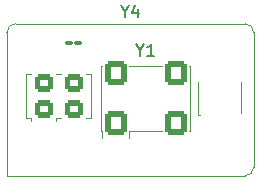
<source format=gbr>
%TF.GenerationSoftware,KiCad,Pcbnew,9.0.4*%
%TF.CreationDate,2025-11-29T15:55:59+01:00*%
%TF.ProjectId,SMD OSC Adapter,534d4420-4f53-4432-9041-646170746572,rev?*%
%TF.SameCoordinates,Original*%
%TF.FileFunction,Legend,Top*%
%TF.FilePolarity,Positive*%
%FSLAX46Y46*%
G04 Gerber Fmt 4.6, Leading zero omitted, Abs format (unit mm)*
G04 Created by KiCad (PCBNEW 9.0.4) date 2025-11-29 15:55:59*
%MOMM*%
%LPD*%
G01*
G04 APERTURE LIST*
G04 Aperture macros list*
%AMRoundRect*
0 Rectangle with rounded corners*
0 $1 Rounding radius*
0 $2 $3 $4 $5 $6 $7 $8 $9 X,Y pos of 4 corners*
0 Add a 4 corners polygon primitive as box body*
4,1,4,$2,$3,$4,$5,$6,$7,$8,$9,$2,$3,0*
0 Add four circle primitives for the rounded corners*
1,1,$1+$1,$2,$3*
1,1,$1+$1,$4,$5*
1,1,$1+$1,$6,$7*
1,1,$1+$1,$8,$9*
0 Add four rect primitives between the rounded corners*
20,1,$1+$1,$2,$3,$4,$5,0*
20,1,$1+$1,$4,$5,$6,$7,0*
20,1,$1+$1,$6,$7,$8,$9,0*
20,1,$1+$1,$8,$9,$2,$3,0*%
G04 Aperture macros list end*
%ADD10C,0.150000*%
%ADD11C,0.120000*%
%ADD12RoundRect,0.100000X-0.217500X-0.100000X0.217500X-0.100000X0.217500X0.100000X-0.217500X0.100000X0*%
%ADD13R,1.000000X0.900000*%
%ADD14RoundRect,0.250001X-0.549999X-0.499999X0.549999X-0.499999X0.549999X0.499999X-0.549999X0.499999X0*%
%ADD15R,1.600000X1.600000*%
%ADD16C,1.600000*%
%ADD17RoundRect,0.250000X-0.650000X-0.750000X0.650000X-0.750000X0.650000X0.750000X-0.650000X0.750000X0*%
G04 APERTURE END LIST*
D10*
X91296809Y-57646428D02*
X91296809Y-58122619D01*
X90963476Y-57122619D02*
X91296809Y-57646428D01*
X91296809Y-57646428D02*
X91630142Y-57122619D01*
X92392047Y-57455952D02*
X92392047Y-58122619D01*
X92153952Y-57075000D02*
X91915857Y-57789285D01*
X91915857Y-57789285D02*
X92534904Y-57789285D01*
X92589409Y-60919028D02*
X92589409Y-61395219D01*
X92256076Y-60395219D02*
X92589409Y-60919028D01*
X92589409Y-60919028D02*
X92922742Y-60395219D01*
X93779885Y-61395219D02*
X93208457Y-61395219D01*
X93494171Y-61395219D02*
X93494171Y-60395219D01*
X93494171Y-60395219D02*
X93398933Y-60538076D01*
X93398933Y-60538076D02*
X93303695Y-60633314D01*
X93303695Y-60633314D02*
X93208457Y-60680933D01*
D11*
%TO.C,Y3*%
X97479000Y-66407400D02*
X97479000Y-63622400D01*
X97679000Y-66407400D02*
X97479000Y-66407400D01*
X101149000Y-63622400D02*
X101149000Y-66222400D01*
%TO.C,Y2*%
X82939600Y-62960800D02*
X83369600Y-62960800D01*
X82939600Y-66680800D02*
X82939600Y-62960800D01*
X83369600Y-66680800D02*
X82939600Y-66680800D01*
X83369600Y-66930800D02*
X83369600Y-66680800D01*
X85489600Y-62960800D02*
X85909600Y-62960800D01*
X85489600Y-66680800D02*
X85489600Y-66930800D01*
X85909600Y-66680800D02*
X85489600Y-66680800D01*
X88029600Y-62960800D02*
X88459600Y-62960800D01*
X88459600Y-62960800D02*
X88459600Y-66680800D01*
X88459600Y-66680800D02*
X88029600Y-66680800D01*
%TO.C,Y4*%
X81323000Y-59417800D02*
X81323000Y-71567800D01*
X81323000Y-71567800D02*
X101473000Y-71567800D01*
X101473000Y-58667800D02*
X82073000Y-58667800D01*
X102223000Y-70817800D02*
X102223000Y-59417800D01*
X81323000Y-59417800D02*
G75*
G02*
X82073000Y-58667800I750000J0D01*
G01*
X101473000Y-58667800D02*
G75*
G02*
X102223000Y-59417800I0J-750000D01*
G01*
X102223000Y-70817800D02*
G75*
G02*
X101473000Y-71567800I-750000J0D01*
G01*
%TO.C,Y1*%
X89305600Y-62230400D02*
X89365600Y-62230400D01*
X89305600Y-67750400D02*
X89305600Y-62230400D01*
X89365600Y-67750400D02*
X89305600Y-67750400D01*
X89365600Y-68350400D02*
X89365600Y-67750400D01*
X91685600Y-62230400D02*
X94445600Y-62230400D01*
X91685600Y-67750400D02*
X91685600Y-68350400D01*
X94445600Y-67750400D02*
X91685600Y-67750400D01*
X96765600Y-62230400D02*
X96825600Y-62230400D01*
X96825600Y-62230400D02*
X96825600Y-67750400D01*
X96825600Y-67750400D02*
X96765600Y-67750400D01*
%TD*%
%LPC*%
D12*
%TO.C,C1*%
X86561000Y-60325000D03*
X87376000Y-60325000D03*
%TD*%
D13*
%TO.C,Y3*%
X98239000Y-65697400D03*
X100389000Y-65697400D03*
X100389000Y-64147400D03*
X98239000Y-64147400D03*
%TD*%
D14*
%TO.C,Y2*%
X84429600Y-65920800D03*
X86969600Y-65920800D03*
X86969600Y-63720800D03*
X84429600Y-63720800D03*
%TD*%
D15*
%TO.C,Y4*%
X84153000Y-68927800D03*
D16*
X99393000Y-68927800D03*
X99393000Y-61307800D03*
X84153000Y-61307800D03*
%TD*%
D17*
%TO.C,Y1*%
X90525600Y-67090400D03*
X95605600Y-67090400D03*
X95605600Y-62890400D03*
X90525600Y-62890400D03*
%TD*%
%LPD*%
M02*

</source>
